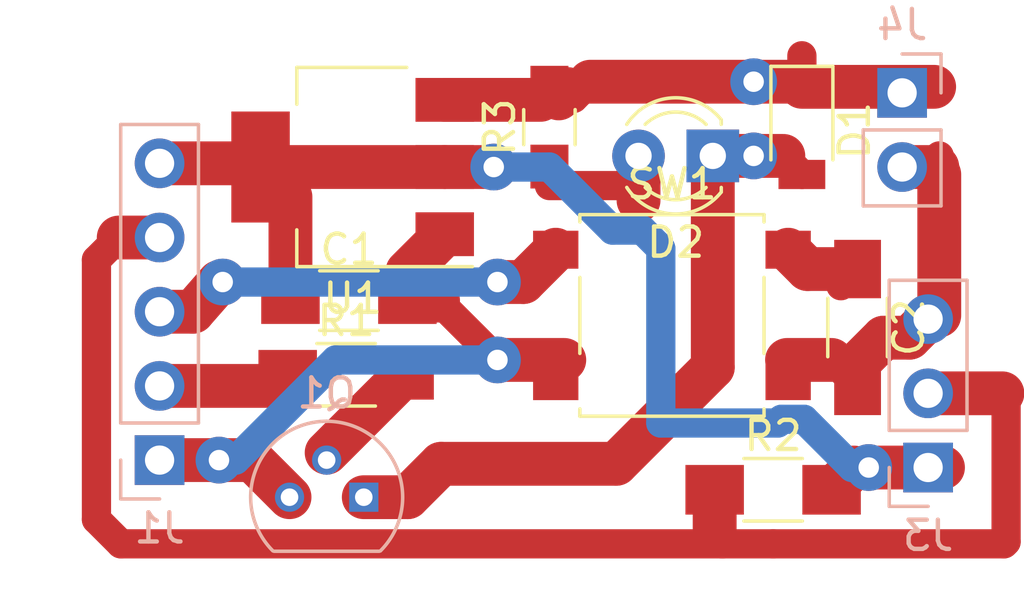
<source format=kicad_pcb>
(kicad_pcb (version 20171130) (host pcbnew 5.1.3-ffb9f22~84~ubuntu18.10.1)

  (general
    (thickness 1.6)
    (drawings 0)
    (tracks 104)
    (zones 0)
    (modules 13)
    (nets 10)
  )

  (page A4)
  (layers
    (0 F.Cu signal)
    (31 B.Cu signal)
    (32 B.Adhes user)
    (33 F.Adhes user)
    (34 B.Paste user)
    (35 F.Paste user)
    (36 B.SilkS user)
    (37 F.SilkS user)
    (38 B.Mask user)
    (39 F.Mask user)
    (40 Dwgs.User user)
    (41 Cmts.User user)
    (42 Eco1.User user)
    (43 Eco2.User user)
    (44 Edge.Cuts user)
    (45 Margin user)
    (46 B.CrtYd user)
    (47 F.CrtYd user)
    (48 B.Fab user)
    (49 F.Fab user)
  )

  (setup
    (last_trace_width 1)
    (trace_clearance 0.2)
    (zone_clearance 0.508)
    (zone_45_only no)
    (trace_min 0.2)
    (via_size 0.8)
    (via_drill 0.4)
    (via_min_size 0.4)
    (via_min_drill 0.3)
    (uvia_size 0.3)
    (uvia_drill 0.1)
    (uvias_allowed no)
    (uvia_min_size 0.2)
    (uvia_min_drill 0.1)
    (edge_width 0.1)
    (segment_width 0.2)
    (pcb_text_width 0.3)
    (pcb_text_size 1.5 1.5)
    (mod_edge_width 0.15)
    (mod_text_size 1 1)
    (mod_text_width 0.15)
    (pad_size 1.6 1.6)
    (pad_drill 0.8)
    (pad_to_mask_clearance 0)
    (solder_mask_min_width 0.25)
    (aux_axis_origin 0 0)
    (visible_elements FFFFFF7F)
    (pcbplotparams
      (layerselection 0x010fc_ffffffff)
      (usegerberextensions false)
      (usegerberattributes false)
      (usegerberadvancedattributes false)
      (creategerberjobfile false)
      (excludeedgelayer true)
      (linewidth 0.100000)
      (plotframeref false)
      (viasonmask false)
      (mode 1)
      (useauxorigin false)
      (hpglpennumber 1)
      (hpglpenspeed 20)
      (hpglpendiameter 15.000000)
      (psnegative false)
      (psa4output false)
      (plotreference true)
      (plotvalue true)
      (plotinvisibletext false)
      (padsonsilk false)
      (subtractmaskfromsilk false)
      (outputformat 1)
      (mirror false)
      (drillshape 1)
      (scaleselection 1)
      (outputdirectory ""))
  )

  (net 0 "")
  (net 1 GND)
  (net 2 +3V3)
  (net 3 "Net-(C2-Pad1)")
  (net 4 +5V)
  (net 5 "Net-(D1-Pad2)")
  (net 6 "Net-(D2-Pad2)")
  (net 7 "Net-(J1-Pad4)")
  (net 8 "Net-(Q1-Pad2)")
  (net 9 "Net-(J1-Pad2)")

  (net_class Default "This is the default net class."
    (clearance 0.2)
    (trace_width 1)
    (via_dia 0.8)
    (via_drill 0.4)
    (uvia_dia 0.3)
    (uvia_drill 0.1)
    (add_net +3V3)
    (add_net +5V)
    (add_net GND)
    (add_net "Net-(C2-Pad1)")
    (add_net "Net-(D1-Pad2)")
    (add_net "Net-(D2-Pad2)")
    (add_net "Net-(J1-Pad2)")
    (add_net "Net-(J1-Pad4)")
    (add_net "Net-(Q1-Pad2)")
  )

  (module Resistors_SMD:R_0805_HandSoldering (layer F.Cu) (tedit 58E0A804) (tstamp 5CDDC152)
    (at 49.149 85.122 90)
    (descr "Resistor SMD 0805, hand soldering")
    (tags "resistor 0805")
    (path /5CB4D769)
    (attr smd)
    (fp_text reference R3 (at 0 -1.7 90) (layer F.SilkS)
      (effects (font (size 1 1) (thickness 0.15)))
    )
    (fp_text value 1k (at 0 1.75 90) (layer F.Fab)
      (effects (font (size 1 1) (thickness 0.15)))
    )
    (fp_line (start 2.35 0.9) (end -2.35 0.9) (layer F.CrtYd) (width 0.05))
    (fp_line (start 2.35 0.9) (end 2.35 -0.9) (layer F.CrtYd) (width 0.05))
    (fp_line (start -2.35 -0.9) (end -2.35 0.9) (layer F.CrtYd) (width 0.05))
    (fp_line (start -2.35 -0.9) (end 2.35 -0.9) (layer F.CrtYd) (width 0.05))
    (fp_line (start -0.6 -0.88) (end 0.6 -0.88) (layer F.SilkS) (width 0.12))
    (fp_line (start 0.6 0.88) (end -0.6 0.88) (layer F.SilkS) (width 0.12))
    (fp_line (start -1 -0.62) (end 1 -0.62) (layer F.Fab) (width 0.1))
    (fp_line (start 1 -0.62) (end 1 0.62) (layer F.Fab) (width 0.1))
    (fp_line (start 1 0.62) (end -1 0.62) (layer F.Fab) (width 0.1))
    (fp_line (start -1 0.62) (end -1 -0.62) (layer F.Fab) (width 0.1))
    (fp_text user %R (at 0 0 90) (layer F.Fab)
      (effects (font (size 0.5 0.5) (thickness 0.075)))
    )
    (pad 2 smd rect (at 1.35 0 90) (size 1.5 1.3) (layers F.Cu F.Paste F.Mask)
      (net 4 +5V))
    (pad 1 smd rect (at -1.35 0 90) (size 1.5 1.3) (layers F.Cu F.Paste F.Mask)
      (net 6 "Net-(D2-Pad2)"))
    (model ${KISYS3DMOD}/Resistors_SMD.3dshapes/R_0805.wrl
      (at (xyz 0 0 0))
      (scale (xyz 1 1 1))
      (rotate (xyz 0 0 0))
    )
  )

  (module Buttons_Switches_SMD:SW_SPST_B3S-1000 (layer F.Cu) (tedit 58724047) (tstamp 5CDDC1A0)
    (at 53.34 91.567)
    (descr "Surface Mount Tactile Switch for High-Density Packaging")
    (tags "Tactile Switch")
    (path /5CB506D0)
    (attr smd)
    (fp_text reference SW1 (at 0 -4.5) (layer F.SilkS)
      (effects (font (size 1 1) (thickness 0.15)))
    )
    (fp_text value SW_Push (at 0 4.5) (layer F.Fab)
      (effects (font (size 1 1) (thickness 0.15)))
    )
    (fp_line (start -3 3.3) (end -3 -3.3) (layer F.Fab) (width 0.1))
    (fp_line (start 3 3.3) (end -3 3.3) (layer F.Fab) (width 0.1))
    (fp_line (start 3 -3.3) (end 3 3.3) (layer F.Fab) (width 0.1))
    (fp_line (start -3 -3.3) (end 3 -3.3) (layer F.Fab) (width 0.1))
    (fp_circle (center 0 0) (end 1.65 0) (layer F.Fab) (width 0.1))
    (fp_line (start 3.15 -1.3) (end 3.15 1.3) (layer F.SilkS) (width 0.12))
    (fp_line (start -3.15 3.45) (end -3.15 3.2) (layer F.SilkS) (width 0.12))
    (fp_line (start 3.15 3.45) (end -3.15 3.45) (layer F.SilkS) (width 0.12))
    (fp_line (start 3.15 3.2) (end 3.15 3.45) (layer F.SilkS) (width 0.12))
    (fp_line (start -3.15 1.3) (end -3.15 -1.3) (layer F.SilkS) (width 0.12))
    (fp_line (start 3.15 -3.45) (end 3.15 -3.2) (layer F.SilkS) (width 0.12))
    (fp_line (start -3.15 -3.45) (end 3.15 -3.45) (layer F.SilkS) (width 0.12))
    (fp_line (start -3.15 -3.2) (end -3.15 -3.45) (layer F.SilkS) (width 0.12))
    (fp_line (start -5 -3.7) (end -5 3.7) (layer F.CrtYd) (width 0.05))
    (fp_line (start 5 -3.7) (end -5 -3.7) (layer F.CrtYd) (width 0.05))
    (fp_line (start 5 3.7) (end 5 -3.7) (layer F.CrtYd) (width 0.05))
    (fp_line (start -5 3.7) (end 5 3.7) (layer F.CrtYd) (width 0.05))
    (fp_text user %R (at 0 -4.5) (layer F.Fab)
      (effects (font (size 1 1) (thickness 0.15)))
    )
    (pad 2 smd rect (at 3.975 2.25) (size 1.55 1.3) (layers F.Cu F.Paste F.Mask)
      (net 1 GND))
    (pad 2 smd rect (at -3.975 2.25) (size 1.55 1.3) (layers F.Cu F.Paste F.Mask)
      (net 1 GND))
    (pad 1 smd rect (at 3.975 -2.25) (size 1.55 1.3) (layers F.Cu F.Paste F.Mask)
      (net 3 "Net-(C2-Pad1)"))
    (pad 1 smd rect (at -3.975 -2.25) (size 1.55 1.3) (layers F.Cu F.Paste F.Mask)
      (net 3 "Net-(C2-Pad1)"))
    (model ${KISYS3DMOD}/Buttons_Switches_SMD.3dshapes/SW_SPST_B3S-1000.wrl
      (at (xyz 0 0 0))
      (scale (xyz 1 1 1))
      (rotate (xyz 0 0 0))
    )
    (model ${KISYS3DMOD}/Buttons_Switches_SMD.3dshapes/SW_SPST_PTS645.wrl
      (at (xyz 0 0 0))
      (scale (xyz 1 1 1))
      (rotate (xyz 0 0 0))
    )
  )

  (module Capacitors_SMD:C_1206_HandSoldering (layer F.Cu) (tedit 58AA84D1) (tstamp 5CDDC07C)
    (at 42.291 91.059)
    (descr "Capacitor SMD 1206, hand soldering")
    (tags "capacitor 1206")
    (path /5CDCB938)
    (attr smd)
    (fp_text reference C1 (at 0 -1.75) (layer F.SilkS)
      (effects (font (size 1 1) (thickness 0.15)))
    )
    (fp_text value 10uF (at 0 2) (layer F.Fab)
      (effects (font (size 1 1) (thickness 0.15)))
    )
    (fp_line (start 3.25 1.05) (end -3.25 1.05) (layer F.CrtYd) (width 0.05))
    (fp_line (start 3.25 1.05) (end 3.25 -1.05) (layer F.CrtYd) (width 0.05))
    (fp_line (start -3.25 -1.05) (end -3.25 1.05) (layer F.CrtYd) (width 0.05))
    (fp_line (start -3.25 -1.05) (end 3.25 -1.05) (layer F.CrtYd) (width 0.05))
    (fp_line (start -1 1.02) (end 1 1.02) (layer F.SilkS) (width 0.12))
    (fp_line (start 1 -1.02) (end -1 -1.02) (layer F.SilkS) (width 0.12))
    (fp_line (start -1.6 -0.8) (end 1.6 -0.8) (layer F.Fab) (width 0.1))
    (fp_line (start 1.6 -0.8) (end 1.6 0.8) (layer F.Fab) (width 0.1))
    (fp_line (start 1.6 0.8) (end -1.6 0.8) (layer F.Fab) (width 0.1))
    (fp_line (start -1.6 0.8) (end -1.6 -0.8) (layer F.Fab) (width 0.1))
    (fp_text user %R (at 0 -1.75) (layer F.Fab)
      (effects (font (size 1 1) (thickness 0.15)))
    )
    (pad 2 smd rect (at 2 0) (size 2 1.6) (layers F.Cu F.Paste F.Mask)
      (net 1 GND))
    (pad 1 smd rect (at -2 0) (size 2 1.6) (layers F.Cu F.Paste F.Mask)
      (net 2 +3V3))
    (model Capacitors_SMD.3dshapes/C_1206.wrl
      (at (xyz 0 0 0))
      (scale (xyz 1 1 1))
      (rotate (xyz 0 0 0))
    )
  )

  (module Capacitors_SMD:C_1206_HandSoldering (layer F.Cu) (tedit 58AA84D1) (tstamp 5CDDC08D)
    (at 59.69 91.98 270)
    (descr "Capacitor SMD 1206, hand soldering")
    (tags "capacitor 1206")
    (path /5CDC8F2A)
    (attr smd)
    (fp_text reference C2 (at 0 -1.75 270) (layer F.SilkS)
      (effects (font (size 1 1) (thickness 0.15)))
    )
    (fp_text value 100nF (at 0 2 270) (layer F.Fab)
      (effects (font (size 1 1) (thickness 0.15)))
    )
    (fp_text user %R (at 0 -1.75 270) (layer F.Fab)
      (effects (font (size 1 1) (thickness 0.15)))
    )
    (fp_line (start -1.6 0.8) (end -1.6 -0.8) (layer F.Fab) (width 0.1))
    (fp_line (start 1.6 0.8) (end -1.6 0.8) (layer F.Fab) (width 0.1))
    (fp_line (start 1.6 -0.8) (end 1.6 0.8) (layer F.Fab) (width 0.1))
    (fp_line (start -1.6 -0.8) (end 1.6 -0.8) (layer F.Fab) (width 0.1))
    (fp_line (start 1 -1.02) (end -1 -1.02) (layer F.SilkS) (width 0.12))
    (fp_line (start -1 1.02) (end 1 1.02) (layer F.SilkS) (width 0.12))
    (fp_line (start -3.25 -1.05) (end 3.25 -1.05) (layer F.CrtYd) (width 0.05))
    (fp_line (start -3.25 -1.05) (end -3.25 1.05) (layer F.CrtYd) (width 0.05))
    (fp_line (start 3.25 1.05) (end 3.25 -1.05) (layer F.CrtYd) (width 0.05))
    (fp_line (start 3.25 1.05) (end -3.25 1.05) (layer F.CrtYd) (width 0.05))
    (pad 1 smd rect (at -2 0 270) (size 2 1.6) (layers F.Cu F.Paste F.Mask)
      (net 3 "Net-(C2-Pad1)"))
    (pad 2 smd rect (at 2 0 270) (size 2 1.6) (layers F.Cu F.Paste F.Mask)
      (net 1 GND))
    (model Capacitors_SMD.3dshapes/C_1206.wrl
      (at (xyz 0 0 0))
      (scale (xyz 1 1 1))
      (rotate (xyz 0 0 0))
    )
  )

  (module Diodes_SMD:D_1206 (layer F.Cu) (tedit 590CEAF5) (tstamp 5CDDC0A5)
    (at 57.785 85.241 270)
    (descr "Diode SMD 1206, reflow soldering http://datasheets.avx.com/schottky.pdf")
    (tags "Diode 1206")
    (path /5CAE4F73)
    (attr smd)
    (fp_text reference D1 (at 0 -1.8 270) (layer F.SilkS)
      (effects (font (size 1 1) (thickness 0.15)))
    )
    (fp_text value D (at 0 1.9 270) (layer F.Fab)
      (effects (font (size 1 1) (thickness 0.15)))
    )
    (fp_text user %R (at 0 -1.8 270) (layer F.Fab)
      (effects (font (size 1 1) (thickness 0.15)))
    )
    (fp_line (start -0.254 -0.254) (end -0.254 0.254) (layer F.Fab) (width 0.1))
    (fp_line (start 0.127 0) (end 0.381 0) (layer F.Fab) (width 0.1))
    (fp_line (start -0.254 0) (end -0.508 0) (layer F.Fab) (width 0.1))
    (fp_line (start 0.127 0.254) (end -0.254 0) (layer F.Fab) (width 0.1))
    (fp_line (start 0.127 -0.254) (end 0.127 0.254) (layer F.Fab) (width 0.1))
    (fp_line (start -0.254 0) (end 0.127 -0.254) (layer F.Fab) (width 0.1))
    (fp_line (start -2.2 -1.06) (end -2.2 1.06) (layer F.SilkS) (width 0.12))
    (fp_line (start -1.7 0.95) (end -1.7 -0.95) (layer F.Fab) (width 0.1))
    (fp_line (start 1.7 0.95) (end -1.7 0.95) (layer F.Fab) (width 0.1))
    (fp_line (start 1.7 -0.95) (end 1.7 0.95) (layer F.Fab) (width 0.1))
    (fp_line (start -1.7 -0.95) (end 1.7 -0.95) (layer F.Fab) (width 0.1))
    (fp_line (start -2.3 -1.16) (end 2.3 -1.16) (layer F.CrtYd) (width 0.05))
    (fp_line (start -2.3 1.16) (end 2.3 1.16) (layer F.CrtYd) (width 0.05))
    (fp_line (start -2.3 -1.16) (end -2.3 1.16) (layer F.CrtYd) (width 0.05))
    (fp_line (start 2.3 -1.16) (end 2.3 1.16) (layer F.CrtYd) (width 0.05))
    (fp_line (start 1 -1.06) (end -2.2 -1.06) (layer F.SilkS) (width 0.12))
    (fp_line (start -2.2 1.06) (end 1 1.06) (layer F.SilkS) (width 0.12))
    (pad 1 smd rect (at -1.5 0 270) (size 1 1.6) (layers F.Cu F.Paste F.Mask)
      (net 4 +5V))
    (pad 2 smd rect (at 1.5 0 270) (size 1 1.6) (layers F.Cu F.Paste F.Mask)
      (net 5 "Net-(D1-Pad2)"))
    (model ${KISYS3DMOD}/Diodes_SMD.3dshapes/D_1206.wrl
      (at (xyz 0 0 0))
      (scale (xyz 1 1 1))
      (rotate (xyz 0 0 0))
    )
  )

  (module LEDs:LED_D3.0mm (layer F.Cu) (tedit 587A3A7B) (tstamp 5CDDC0B8)
    (at 54.737 86.106 180)
    (descr "LED, diameter 3.0mm, 2 pins")
    (tags "LED diameter 3.0mm 2 pins")
    (path /5CB4D6DA)
    (fp_text reference D2 (at 1.27 -2.96 180) (layer F.SilkS)
      (effects (font (size 1 1) (thickness 0.15)))
    )
    (fp_text value LED (at 1.27 2.96 180) (layer F.Fab)
      (effects (font (size 1 1) (thickness 0.15)))
    )
    (fp_arc (start 1.27 0) (end -0.23 -1.16619) (angle 284.3) (layer F.Fab) (width 0.1))
    (fp_arc (start 1.27 0) (end -0.29 -1.235516) (angle 108.8) (layer F.SilkS) (width 0.12))
    (fp_arc (start 1.27 0) (end -0.29 1.235516) (angle -108.8) (layer F.SilkS) (width 0.12))
    (fp_arc (start 1.27 0) (end 0.229039 -1.08) (angle 87.9) (layer F.SilkS) (width 0.12))
    (fp_arc (start 1.27 0) (end 0.229039 1.08) (angle -87.9) (layer F.SilkS) (width 0.12))
    (fp_circle (center 1.27 0) (end 2.77 0) (layer F.Fab) (width 0.1))
    (fp_line (start -0.23 -1.16619) (end -0.23 1.16619) (layer F.Fab) (width 0.1))
    (fp_line (start -0.29 -1.236) (end -0.29 -1.08) (layer F.SilkS) (width 0.12))
    (fp_line (start -0.29 1.08) (end -0.29 1.236) (layer F.SilkS) (width 0.12))
    (fp_line (start -1.15 -2.25) (end -1.15 2.25) (layer F.CrtYd) (width 0.05))
    (fp_line (start -1.15 2.25) (end 3.7 2.25) (layer F.CrtYd) (width 0.05))
    (fp_line (start 3.7 2.25) (end 3.7 -2.25) (layer F.CrtYd) (width 0.05))
    (fp_line (start 3.7 -2.25) (end -1.15 -2.25) (layer F.CrtYd) (width 0.05))
    (pad 1 thru_hole rect (at 0 0 180) (size 1.8 1.8) (drill 0.9) (layers *.Cu *.Mask)
      (net 5 "Net-(D1-Pad2)"))
    (pad 2 thru_hole circle (at 2.54 0 180) (size 1.8 1.8) (drill 0.9) (layers *.Cu *.Mask)
      (net 6 "Net-(D2-Pad2)"))
    (model ${KISYS3DMOD}/LEDs.3dshapes/LED_D3.0mm.wrl
      (at (xyz 0 0 0))
      (scale (xyz 0.393701 0.393701 0.393701))
      (rotate (xyz 0 0 0))
    )
  )

  (module Pin_Headers:Pin_Header_Straight_1x05_Pitch2.54mm (layer B.Cu) (tedit 59650532) (tstamp 5CDDC0D1)
    (at 35.814 96.52)
    (descr "Through hole straight pin header, 1x05, 2.54mm pitch, single row")
    (tags "Through hole pin header THT 1x05 2.54mm single row")
    (path /5CB4FB5D)
    (fp_text reference J1 (at 0 2.33) (layer B.SilkS)
      (effects (font (size 1 1) (thickness 0.15)) (justify mirror))
    )
    (fp_text value ESP8266-12F (at 0 -12.49) (layer B.Fab)
      (effects (font (size 1 1) (thickness 0.15)) (justify mirror))
    )
    (fp_line (start -0.635 1.27) (end 1.27 1.27) (layer B.Fab) (width 0.1))
    (fp_line (start 1.27 1.27) (end 1.27 -11.43) (layer B.Fab) (width 0.1))
    (fp_line (start 1.27 -11.43) (end -1.27 -11.43) (layer B.Fab) (width 0.1))
    (fp_line (start -1.27 -11.43) (end -1.27 0.635) (layer B.Fab) (width 0.1))
    (fp_line (start -1.27 0.635) (end -0.635 1.27) (layer B.Fab) (width 0.1))
    (fp_line (start -1.33 -11.49) (end 1.33 -11.49) (layer B.SilkS) (width 0.12))
    (fp_line (start -1.33 -1.27) (end -1.33 -11.49) (layer B.SilkS) (width 0.12))
    (fp_line (start 1.33 -1.27) (end 1.33 -11.49) (layer B.SilkS) (width 0.12))
    (fp_line (start -1.33 -1.27) (end 1.33 -1.27) (layer B.SilkS) (width 0.12))
    (fp_line (start -1.33 0) (end -1.33 1.33) (layer B.SilkS) (width 0.12))
    (fp_line (start -1.33 1.33) (end 0 1.33) (layer B.SilkS) (width 0.12))
    (fp_line (start -1.8 1.8) (end -1.8 -11.95) (layer B.CrtYd) (width 0.05))
    (fp_line (start -1.8 -11.95) (end 1.8 -11.95) (layer B.CrtYd) (width 0.05))
    (fp_line (start 1.8 -11.95) (end 1.8 1.8) (layer B.CrtYd) (width 0.05))
    (fp_line (start 1.8 1.8) (end -1.8 1.8) (layer B.CrtYd) (width 0.05))
    (fp_text user %R (at 0 -5.08 -90) (layer B.Fab)
      (effects (font (size 1 1) (thickness 0.15)) (justify mirror))
    )
    (pad 1 thru_hole rect (at 0 0) (size 1.7 1.7) (drill 1) (layers *.Cu *.Mask)
      (net 1 GND))
    (pad 2 thru_hole oval (at 0 -2.54) (size 1.7 1.7) (drill 1) (layers *.Cu *.Mask)
      (net 9 "Net-(J1-Pad2)"))
    (pad 3 thru_hole oval (at 0 -5.08) (size 1.7 1.7) (drill 1) (layers *.Cu *.Mask)
      (net 3 "Net-(C2-Pad1)"))
    (pad 4 thru_hole oval (at 0 -7.62) (size 1.7 1.7) (drill 1) (layers *.Cu *.Mask)
      (net 7 "Net-(J1-Pad4)"))
    (pad 5 thru_hole oval (at 0 -10.16) (size 1.7 1.7) (drill 1) (layers *.Cu *.Mask)
      (net 2 +3V3))
    (model ${KISYS3DMOD}/Pin_Headers.3dshapes/Pin_Header_Straight_1x05_Pitch2.54mm.wrl
      (at (xyz 0 0 0))
      (scale (xyz 1 1 1))
      (rotate (xyz 0 0 0))
    )
  )

  (module Pin_Headers:Pin_Header_Straight_1x03_Pitch2.54mm (layer B.Cu) (tedit 59650532) (tstamp 5CDDC0F7)
    (at 62.103 96.774)
    (descr "Through hole straight pin header, 1x03, 2.54mm pitch, single row")
    (tags "Through hole pin header THT 1x03 2.54mm single row")
    (path /5CAE499C)
    (fp_text reference J3 (at 0 2.33) (layer B.SilkS)
      (effects (font (size 1 1) (thickness 0.15)) (justify mirror))
    )
    (fp_text value 1-Wire (at 0 -7.41) (layer B.Fab)
      (effects (font (size 1 1) (thickness 0.15)) (justify mirror))
    )
    (fp_line (start -0.635 1.27) (end 1.27 1.27) (layer B.Fab) (width 0.1))
    (fp_line (start 1.27 1.27) (end 1.27 -6.35) (layer B.Fab) (width 0.1))
    (fp_line (start 1.27 -6.35) (end -1.27 -6.35) (layer B.Fab) (width 0.1))
    (fp_line (start -1.27 -6.35) (end -1.27 0.635) (layer B.Fab) (width 0.1))
    (fp_line (start -1.27 0.635) (end -0.635 1.27) (layer B.Fab) (width 0.1))
    (fp_line (start -1.33 -6.41) (end 1.33 -6.41) (layer B.SilkS) (width 0.12))
    (fp_line (start -1.33 -1.27) (end -1.33 -6.41) (layer B.SilkS) (width 0.12))
    (fp_line (start 1.33 -1.27) (end 1.33 -6.41) (layer B.SilkS) (width 0.12))
    (fp_line (start -1.33 -1.27) (end 1.33 -1.27) (layer B.SilkS) (width 0.12))
    (fp_line (start -1.33 0) (end -1.33 1.33) (layer B.SilkS) (width 0.12))
    (fp_line (start -1.33 1.33) (end 0 1.33) (layer B.SilkS) (width 0.12))
    (fp_line (start -1.8 1.8) (end -1.8 -6.85) (layer B.CrtYd) (width 0.05))
    (fp_line (start -1.8 -6.85) (end 1.8 -6.85) (layer B.CrtYd) (width 0.05))
    (fp_line (start 1.8 -6.85) (end 1.8 1.8) (layer B.CrtYd) (width 0.05))
    (fp_line (start 1.8 1.8) (end -1.8 1.8) (layer B.CrtYd) (width 0.05))
    (fp_text user %R (at 0 -2.54 -90) (layer B.Fab)
      (effects (font (size 1 1) (thickness 0.15)) (justify mirror))
    )
    (pad 1 thru_hole rect (at 0 0) (size 1.7 1.7) (drill 1) (layers *.Cu *.Mask)
      (net 2 +3V3))
    (pad 2 thru_hole oval (at 0 -2.54) (size 1.7 1.7) (drill 1) (layers *.Cu *.Mask)
      (net 7 "Net-(J1-Pad4)"))
    (pad 3 thru_hole oval (at 0 -5.08) (size 1.7 1.7) (drill 1) (layers *.Cu *.Mask)
      (net 1 GND))
    (model ${KISYS3DMOD}/Pin_Headers.3dshapes/Pin_Header_Straight_1x03_Pitch2.54mm.wrl
      (at (xyz 0 0 0))
      (scale (xyz 1 1 1))
      (rotate (xyz 0 0 0))
    )
  )

  (module Pin_Headers:Pin_Header_Straight_1x02_Pitch2.54mm (layer B.Cu) (tedit 59650532) (tstamp 5CDDC10D)
    (at 61.214 83.947 180)
    (descr "Through hole straight pin header, 1x02, 2.54mm pitch, single row")
    (tags "Through hole pin header THT 1x02 2.54mm single row")
    (path /5CAE5345)
    (fp_text reference J4 (at 0 2.33 180) (layer B.SilkS)
      (effects (font (size 1 1) (thickness 0.15)) (justify mirror))
    )
    (fp_text value 5V (at 0 -4.87 180) (layer B.Fab)
      (effects (font (size 1 1) (thickness 0.15)) (justify mirror))
    )
    (fp_line (start -0.635 1.27) (end 1.27 1.27) (layer B.Fab) (width 0.1))
    (fp_line (start 1.27 1.27) (end 1.27 -3.81) (layer B.Fab) (width 0.1))
    (fp_line (start 1.27 -3.81) (end -1.27 -3.81) (layer B.Fab) (width 0.1))
    (fp_line (start -1.27 -3.81) (end -1.27 0.635) (layer B.Fab) (width 0.1))
    (fp_line (start -1.27 0.635) (end -0.635 1.27) (layer B.Fab) (width 0.1))
    (fp_line (start -1.33 -3.87) (end 1.33 -3.87) (layer B.SilkS) (width 0.12))
    (fp_line (start -1.33 -1.27) (end -1.33 -3.87) (layer B.SilkS) (width 0.12))
    (fp_line (start 1.33 -1.27) (end 1.33 -3.87) (layer B.SilkS) (width 0.12))
    (fp_line (start -1.33 -1.27) (end 1.33 -1.27) (layer B.SilkS) (width 0.12))
    (fp_line (start -1.33 0) (end -1.33 1.33) (layer B.SilkS) (width 0.12))
    (fp_line (start -1.33 1.33) (end 0 1.33) (layer B.SilkS) (width 0.12))
    (fp_line (start -1.8 1.8) (end -1.8 -4.35) (layer B.CrtYd) (width 0.05))
    (fp_line (start -1.8 -4.35) (end 1.8 -4.35) (layer B.CrtYd) (width 0.05))
    (fp_line (start 1.8 -4.35) (end 1.8 1.8) (layer B.CrtYd) (width 0.05))
    (fp_line (start 1.8 1.8) (end -1.8 1.8) (layer B.CrtYd) (width 0.05))
    (fp_text user %R (at -0.127 -3.81 90) (layer B.Fab)
      (effects (font (size 1 1) (thickness 0.15)) (justify mirror))
    )
    (pad 1 thru_hole rect (at 0 0 180) (size 1.7 1.7) (drill 1) (layers *.Cu *.Mask)
      (net 4 +5V))
    (pad 2 thru_hole oval (at 0 -2.54 180) (size 1.7 1.7) (drill 1) (layers *.Cu *.Mask)
      (net 1 GND))
    (model ${KISYS3DMOD}/Pin_Headers.3dshapes/Pin_Header_Straight_1x02_Pitch2.54mm.wrl
      (at (xyz 0 0 0))
      (scale (xyz 1 1 1))
      (rotate (xyz 0 0 0))
    )
  )

  (module TO_SOT_Packages_THT:TO-92_Molded_Narrow (layer B.Cu) (tedit 58CE52AF) (tstamp 5CDDC11F)
    (at 42.799 97.79 180)
    (descr "TO-92 leads molded, narrow, drill 0.6mm (see NXP sot054_po.pdf)")
    (tags "to-92 sc-43 sc-43a sot54 PA33 transistor")
    (path /5CB525D6)
    (fp_text reference Q1 (at 1.27 3.56 180) (layer B.SilkS)
      (effects (font (size 1 1) (thickness 0.15)) (justify mirror))
    )
    (fp_text value BC547 (at 1.27 -2.79 180) (layer B.Fab)
      (effects (font (size 1 1) (thickness 0.15)) (justify mirror))
    )
    (fp_text user %R (at 1.27 3.56 180) (layer B.Fab)
      (effects (font (size 1 1) (thickness 0.15)) (justify mirror))
    )
    (fp_line (start -0.53 -1.85) (end 3.07 -1.85) (layer B.SilkS) (width 0.12))
    (fp_line (start -0.5 -1.75) (end 3 -1.75) (layer B.Fab) (width 0.1))
    (fp_line (start -1.46 2.73) (end 4 2.73) (layer B.CrtYd) (width 0.05))
    (fp_line (start -1.46 2.73) (end -1.46 -2.01) (layer B.CrtYd) (width 0.05))
    (fp_line (start 4 -2.01) (end 4 2.73) (layer B.CrtYd) (width 0.05))
    (fp_line (start 4 -2.01) (end -1.46 -2.01) (layer B.CrtYd) (width 0.05))
    (fp_arc (start 1.27 0) (end 1.27 2.48) (angle -135) (layer B.Fab) (width 0.1))
    (fp_arc (start 1.27 0) (end 1.27 2.6) (angle 135) (layer B.SilkS) (width 0.12))
    (fp_arc (start 1.27 0) (end 1.27 2.48) (angle 135) (layer B.Fab) (width 0.1))
    (fp_arc (start 1.27 0) (end 1.27 2.6) (angle -135) (layer B.SilkS) (width 0.12))
    (pad 2 thru_hole circle (at 1.27 1.27 90) (size 1 1) (drill 0.6) (layers *.Cu *.Mask)
      (net 8 "Net-(Q1-Pad2)"))
    (pad 3 thru_hole circle (at 2.54 0 90) (size 1 1) (drill 0.6) (layers *.Cu *.Mask)
      (net 1 GND))
    (pad 1 thru_hole rect (at 0 0 90) (size 1 1) (drill 0.6) (layers *.Cu *.Mask)
      (net 5 "Net-(D1-Pad2)"))
    (model ${KISYS3DMOD}/TO_SOT_Packages_THT.3dshapes/TO-92_Molded_Narrow.wrl
      (offset (xyz 1.269999980926514 0 0))
      (scale (xyz 1 1 1))
      (rotate (xyz 0 0 -90))
    )
  )

  (module Resistors_SMD:R_1206_HandSoldering (layer F.Cu) (tedit 58E0A804) (tstamp 5CDDC130)
    (at 42.196 93.599)
    (descr "Resistor SMD 1206, hand soldering")
    (tags "resistor 1206")
    (path /5CAE4569)
    (attr smd)
    (fp_text reference R1 (at 0 -1.85) (layer F.SilkS)
      (effects (font (size 1 1) (thickness 0.15)))
    )
    (fp_text value 2k2 (at 0 1.9) (layer F.Fab)
      (effects (font (size 1 1) (thickness 0.15)))
    )
    (fp_text user %R (at 0 0) (layer F.Fab)
      (effects (font (size 0.7 0.7) (thickness 0.105)))
    )
    (fp_line (start -1.6 0.8) (end -1.6 -0.8) (layer F.Fab) (width 0.1))
    (fp_line (start 1.6 0.8) (end -1.6 0.8) (layer F.Fab) (width 0.1))
    (fp_line (start 1.6 -0.8) (end 1.6 0.8) (layer F.Fab) (width 0.1))
    (fp_line (start -1.6 -0.8) (end 1.6 -0.8) (layer F.Fab) (width 0.1))
    (fp_line (start 1 1.07) (end -1 1.07) (layer F.SilkS) (width 0.12))
    (fp_line (start -1 -1.07) (end 1 -1.07) (layer F.SilkS) (width 0.12))
    (fp_line (start -3.25 -1.11) (end 3.25 -1.11) (layer F.CrtYd) (width 0.05))
    (fp_line (start -3.25 -1.11) (end -3.25 1.1) (layer F.CrtYd) (width 0.05))
    (fp_line (start 3.25 1.1) (end 3.25 -1.11) (layer F.CrtYd) (width 0.05))
    (fp_line (start 3.25 1.1) (end -3.25 1.1) (layer F.CrtYd) (width 0.05))
    (pad 1 smd rect (at -2 0) (size 2 1.7) (layers F.Cu F.Paste F.Mask)
      (net 9 "Net-(J1-Pad2)"))
    (pad 2 smd rect (at 2 0) (size 2 1.7) (layers F.Cu F.Paste F.Mask)
      (net 8 "Net-(Q1-Pad2)"))
    (model ${KISYS3DMOD}/Resistors_SMD.3dshapes/R_1206.wrl
      (at (xyz 0 0 0))
      (scale (xyz 1 1 1))
      (rotate (xyz 0 0 0))
    )
  )

  (module Resistors_SMD:R_1206_HandSoldering (layer F.Cu) (tedit 58E0A804) (tstamp 5CDDCE04)
    (at 56.801 97.536)
    (descr "Resistor SMD 1206, hand soldering")
    (tags "resistor 1206")
    (path /5CAE4A9D)
    (attr smd)
    (fp_text reference R2 (at 0 -1.85) (layer F.SilkS)
      (effects (font (size 1 1) (thickness 0.15)))
    )
    (fp_text value 4k7 (at 0 1.9) (layer F.Fab)
      (effects (font (size 1 1) (thickness 0.15)))
    )
    (fp_line (start 3.25 1.1) (end -3.25 1.1) (layer F.CrtYd) (width 0.05))
    (fp_line (start 3.25 1.1) (end 3.25 -1.11) (layer F.CrtYd) (width 0.05))
    (fp_line (start -3.25 -1.11) (end -3.25 1.1) (layer F.CrtYd) (width 0.05))
    (fp_line (start -3.25 -1.11) (end 3.25 -1.11) (layer F.CrtYd) (width 0.05))
    (fp_line (start -1 -1.07) (end 1 -1.07) (layer F.SilkS) (width 0.12))
    (fp_line (start 1 1.07) (end -1 1.07) (layer F.SilkS) (width 0.12))
    (fp_line (start -1.6 -0.8) (end 1.6 -0.8) (layer F.Fab) (width 0.1))
    (fp_line (start 1.6 -0.8) (end 1.6 0.8) (layer F.Fab) (width 0.1))
    (fp_line (start 1.6 0.8) (end -1.6 0.8) (layer F.Fab) (width 0.1))
    (fp_line (start -1.6 0.8) (end -1.6 -0.8) (layer F.Fab) (width 0.1))
    (fp_text user %R (at 0 0) (layer F.Fab)
      (effects (font (size 0.7 0.7) (thickness 0.105)))
    )
    (pad 2 smd rect (at 2 0) (size 2 1.7) (layers F.Cu F.Paste F.Mask)
      (net 2 +3V3))
    (pad 1 smd rect (at -2 0) (size 2 1.7) (layers F.Cu F.Paste F.Mask)
      (net 7 "Net-(J1-Pad4)"))
    (model ${KISYS3DMOD}/Resistors_SMD.3dshapes/R_1206.wrl
      (at (xyz 0 0 0))
      (scale (xyz 1 1 1))
      (rotate (xyz 0 0 0))
    )
  )

  (module TO_SOT_Packages_SMD:SOT-223-3Lead_TabPin2 (layer F.Cu) (tedit 58CE4E7E) (tstamp 5CDDC1B6)
    (at 42.418 86.487 180)
    (descr "module CMS SOT223 4 pins")
    (tags "CMS SOT")
    (path /5CDC69FF)
    (attr smd)
    (fp_text reference U1 (at 0 -4.5 180) (layer F.SilkS)
      (effects (font (size 1 1) (thickness 0.15)))
    )
    (fp_text value LM1117-3.3 (at 0 4.5 180) (layer F.Fab)
      (effects (font (size 1 1) (thickness 0.15)))
    )
    (fp_text user %R (at -3.917001 -0.379001 270) (layer F.Fab)
      (effects (font (size 0.8 0.8) (thickness 0.12)))
    )
    (fp_line (start 1.91 3.41) (end 1.91 2.15) (layer F.SilkS) (width 0.12))
    (fp_line (start 1.91 -3.41) (end 1.91 -2.15) (layer F.SilkS) (width 0.12))
    (fp_line (start 4.4 -3.6) (end -4.4 -3.6) (layer F.CrtYd) (width 0.05))
    (fp_line (start 4.4 3.6) (end 4.4 -3.6) (layer F.CrtYd) (width 0.05))
    (fp_line (start -4.4 3.6) (end 4.4 3.6) (layer F.CrtYd) (width 0.05))
    (fp_line (start -4.4 -3.6) (end -4.4 3.6) (layer F.CrtYd) (width 0.05))
    (fp_line (start -1.85 -2.35) (end -0.85 -3.35) (layer F.Fab) (width 0.1))
    (fp_line (start -1.85 -2.35) (end -1.85 3.35) (layer F.Fab) (width 0.1))
    (fp_line (start -1.85 3.41) (end 1.91 3.41) (layer F.SilkS) (width 0.12))
    (fp_line (start -0.85 -3.35) (end 1.85 -3.35) (layer F.Fab) (width 0.1))
    (fp_line (start -4.1 -3.41) (end 1.91 -3.41) (layer F.SilkS) (width 0.12))
    (fp_line (start -1.85 3.35) (end 1.85 3.35) (layer F.Fab) (width 0.1))
    (fp_line (start 1.85 -3.35) (end 1.85 3.35) (layer F.Fab) (width 0.1))
    (pad 2 smd rect (at 3.15 0 180) (size 2 3.8) (layers F.Cu F.Paste F.Mask)
      (net 2 +3V3))
    (pad 2 smd rect (at -3.15 0 180) (size 2 1.5) (layers F.Cu F.Paste F.Mask)
      (net 2 +3V3))
    (pad 3 smd rect (at -3.15 2.3 180) (size 2 1.5) (layers F.Cu F.Paste F.Mask)
      (net 4 +5V))
    (pad 1 smd rect (at -3.15 -2.3 180) (size 2 1.5) (layers F.Cu F.Paste F.Mask)
      (net 1 GND))
    (model ${KISYS3DMOD}/TO_SOT_Packages_SMD.3dshapes/SOT-223.wrl
      (at (xyz 0 0 0))
      (scale (xyz 1 1 1))
      (rotate (xyz 0 0 0))
    )
  )

  (segment (start 38.989 96.52) (end 40.259 97.79) (width 1.5) (layer F.Cu) (net 1) (status 20))
  (segment (start 35.814 96.52) (end 37.846 96.52) (width 1.5) (layer F.Cu) (net 1) (status 10))
  (segment (start 58.801 93.091) (end 59.69 93.98) (width 1) (layer F.Cu) (net 1) (status 20))
  (segment (start 57.277 93.091) (end 58.801 93.091) (width 1.5) (layer F.Cu) (net 1))
  (segment (start 62.484 91.567) (end 62.611 91.694) (width 1) (layer F.Cu) (net 1) (status 30))
  (segment (start 62.611 91.694) (end 61.976 91.694) (width 1) (layer F.Cu) (net 1) (status 30))
  (segment (start 44.291 90.064) (end 45.568 88.787) (width 1.5) (layer F.Cu) (net 1) (status 20))
  (segment (start 44.291 91.059) (end 44.291 90.064) (width 1) (layer F.Cu) (net 1) (status 10))
  (segment (start 49.657 93.091) (end 47.371 93.091) (width 1.5) (layer F.Cu) (net 1))
  (segment (start 37.846 96.52) (end 38.989 96.52) (width 1.5) (layer F.Cu) (net 1) (tstamp 5CDDE1F3))
  (via (at 37.846 96.52) (size 1.6) (drill 0.7) (layers F.Cu B.Cu) (net 1))
  (via (at 47.371 93.091) (size 1.6) (drill 0.7) (layers F.Cu B.Cu) (net 1))
  (segment (start 46.805315 93.091) (end 47.371 93.091) (width 1) (layer B.Cu) (net 1))
  (segment (start 41.840685 93.091) (end 46.805315 93.091) (width 1) (layer B.Cu) (net 1))
  (segment (start 38.411685 96.52) (end 41.840685 93.091) (width 1) (layer B.Cu) (net 1))
  (segment (start 37.846 96.52) (end 38.411685 96.52) (width 1) (layer B.Cu) (net 1))
  (segment (start 45.339 91.059) (end 44.291 91.059) (width 1.5) (layer F.Cu) (net 1) (status 20))
  (segment (start 47.371 93.091) (end 45.339 91.059) (width 1) (layer F.Cu) (net 1))
  (segment (start 62.484 86.554919) (end 62.484 86.741) (width 1) (layer F.Cu) (net 1))
  (segment (start 62.416081 86.487) (end 62.484 86.554919) (width 1) (layer F.Cu) (net 1))
  (segment (start 61.214 86.487) (end 62.416081 86.487) (width 1.5) (layer F.Cu) (net 1) (status 10))
  (segment (start 62.484 86.106) (end 62.484 86.741) (width 1) (layer F.Cu) (net 1))
  (segment (start 62.484 86.741) (end 62.484 91.567) (width 1.5) (layer F.Cu) (net 1) (status 20))
  (segment (start 61.468 92.329) (end 62.103 91.694) (width 1.5) (layer F.Cu) (net 1))
  (segment (start 60.579 92.329) (end 61.468 92.329) (width 1.5) (layer F.Cu) (net 1))
  (segment (start 59.69 93.98) (end 59.69 93.218) (width 1) (layer F.Cu) (net 1))
  (segment (start 59.69 93.218) (end 60.579 92.329) (width 1.5) (layer F.Cu) (net 1))
  (segment (start 62.611 96.774) (end 60.071 96.774) (width 1.5) (layer F.Cu) (net 2) (status 10))
  (segment (start 39.141 86.36) (end 39.268 86.487) (width 1) (layer F.Cu) (net 2) (status 30))
  (segment (start 35.814 86.36) (end 39.141 86.36) (width 1.5) (layer F.Cu) (net 2) (status 30))
  (segment (start 40.291 87.51) (end 39.268 86.487) (width 1) (layer F.Cu) (net 2) (status 20))
  (segment (start 40.291 91.059) (end 40.291 87.51) (width 1.5) (layer F.Cu) (net 2) (status 10))
  (segment (start 60.071 96.774) (end 59.817 97.028) (width 1) (layer F.Cu) (net 2) (tstamp 5CDDE21F))
  (via (at 60.071 96.774) (size 1.6) (drill 0.7) (layers F.Cu B.Cu) (net 2))
  (segment (start 45.568 86.487) (end 47.244 86.487) (width 1.5) (layer F.Cu) (net 2) (status 10))
  (via (at 47.244 86.487) (size 1.6) (drill 0.7) (layers F.Cu B.Cu) (net 2))
  (segment (start 59.505315 96.774) (end 57.854315 95.123) (width 1) (layer B.Cu) (net 2))
  (segment (start 60.071 96.774) (end 59.505315 96.774) (width 1) (layer B.Cu) (net 2))
  (segment (start 57.088998 95.123) (end 56.961998 95.25) (width 1) (layer B.Cu) (net 2))
  (segment (start 57.854315 95.123) (end 57.088998 95.123) (width 1) (layer B.Cu) (net 2))
  (segment (start 56.961998 95.25) (end 52.959 95.25) (width 1) (layer B.Cu) (net 2))
  (segment (start 52.959 95.25) (end 52.959 89.281) (width 1) (layer B.Cu) (net 2))
  (segment (start 52.959 89.281) (end 52.324 88.646) (width 1) (layer B.Cu) (net 2))
  (segment (start 52.324 88.646) (end 51.308 88.646) (width 1) (layer B.Cu) (net 2))
  (segment (start 49.149 86.487) (end 47.244 86.487) (width 1) (layer B.Cu) (net 2))
  (segment (start 51.308 88.646) (end 49.149 86.487) (width 1) (layer B.Cu) (net 2))
  (segment (start 59.563 96.774) (end 58.801 97.536) (width 1.5) (layer F.Cu) (net 2))
  (segment (start 60.071 96.774) (end 59.563 96.774) (width 1) (layer F.Cu) (net 2))
  (segment (start 45.568 86.487) (end 39.268 86.487) (width 1.5) (layer F.Cu) (net 2))
  (via (at 47.371 90.424) (size 1.6) (drill 0.7) (layers F.Cu B.Cu) (net 3) (tstamp 5DA0945F))
  (segment (start 59.119 90.551) (end 59.69 89.98) (width 1) (layer F.Cu) (net 3) (status 30))
  (segment (start 57.978 89.98) (end 57.315 89.317) (width 1.5) (layer F.Cu) (net 3) (status 20))
  (segment (start 59.69 89.98) (end 57.978 89.98) (width 1.5) (layer F.Cu) (net 3) (status 10))
  (segment (start 35.814 91.44) (end 36.957 91.44) (width 1.5) (layer F.Cu) (net 3))
  (segment (start 36.957 91.44) (end 37.846 90.424) (width 1.5) (layer F.Cu) (net 3))
  (segment (start 36.957 91.313) (end 37.846 90.424) (width 1) (layer F.Cu) (net 3))
  (segment (start 37.846 90.424) (end 36.957 91.313) (width 1) (layer F.Cu) (net 3) (tstamp 5DA09457))
  (segment (start 37.846 90.424) (end 47.371 90.424) (width 1) (layer B.Cu) (net 3))
  (via (at 37.973 90.424) (size 1.6) (drill 0.7) (layers F.Cu B.Cu) (net 3) (tstamp 5DA09461))
  (segment (start 48.258 90.424) (end 49.365 89.317) (width 1.5) (layer F.Cu) (net 3))
  (segment (start 47.371 90.424) (end 48.258 90.424) (width 1.5) (layer F.Cu) (net 3))
  (segment (start 62.309 83.741) (end 62.484 83.566) (width 1) (layer F.Cu) (net 4))
  (segment (start 57.785 83.741) (end 62.309 83.741) (width 1.5) (layer F.Cu) (net 4) (status 10))
  (segment (start 48.846 84.187) (end 48.895 84.138) (width 1) (layer F.Cu) (net 4) (status 30))
  (segment (start 45.568 84.187) (end 48.846 84.187) (width 1.5) (layer F.Cu) (net 4) (status 30))
  (segment (start 49.466 84.138) (end 49.784 83.82) (width 1.5) (layer F.Cu) (net 4) (status 30))
  (segment (start 48.895 84.138) (end 49.466 84.138) (width 1) (layer F.Cu) (net 4) (status 30))
  (segment (start 57.61 83.566) (end 57.785 83.741) (width 1) (layer F.Cu) (net 4) (status 30))
  (segment (start 49.466 84.138) (end 49.974 84.138) (width 1) (layer F.Cu) (net 4) (status 10))
  (segment (start 50.546 83.566) (end 56.134 83.566) (width 1.5) (layer F.Cu) (net 4))
  (segment (start 49.974 84.138) (end 50.546 83.566) (width 1) (layer F.Cu) (net 4))
  (segment (start 56.134 83.566) (end 57.61 83.566) (width 1.5) (layer F.Cu) (net 4) (tstamp 5CDDE30F) (status 20))
  (via (at 56.134 83.566) (size 1.6) (drill 0.7) (layers F.Cu B.Cu) (net 4))
  (segment (start 57.785 83.741) (end 57.785 82.677) (width 1) (layer F.Cu) (net 4) (status 10))
  (segment (start 51.435 96.647) (end 54.737 93.345) (width 1.5) (layer F.Cu) (net 5))
  (segment (start 45.442 96.647) (end 51.435 96.647) (width 1.5) (layer F.Cu) (net 5))
  (segment (start 42.799 97.79) (end 44.299 97.79) (width 1.5) (layer F.Cu) (net 5) (status 10))
  (segment (start 54.737 93.345) (end 54.737 86.106) (width 1.5) (layer F.Cu) (net 5) (status 20))
  (segment (start 44.299 97.79) (end 45.442 96.647) (width 1.5) (layer F.Cu) (net 5))
  (segment (start 57.15 86.106) (end 57.785 86.741) (width 1) (layer F.Cu) (net 5) (status 20))
  (segment (start 54.737 86.106) (end 56.134 86.106) (width 1.5) (layer F.Cu) (net 5) (status 10))
  (segment (start 56.134 86.106) (end 57.15 86.106) (width 1.5) (layer F.Cu) (net 5) (tstamp 5CDDE311))
  (via (at 56.134 86.106) (size 1.6) (drill 0.7) (layers F.Cu B.Cu) (net 5))
  (segment (start 52.197 87.63) (end 52.197 86.106) (width 1.5) (layer F.Cu) (net 6) (status 20))
  (segment (start 51.689 87.122) (end 49.149 87.122) (width 1) (layer F.Cu) (net 6) (status 20))
  (segment (start 52.197 87.63) (end 51.689 87.122) (width 1) (layer F.Cu) (net 6))
  (segment (start 54.951 97.536) (end 54.801 97.536) (width 1) (layer F.Cu) (net 7))
  (segment (start 62.103 94.234) (end 64.643 94.234) (width 1.5) (layer F.Cu) (net 7))
  (segment (start 64.77 99.314) (end 64.698 99.386) (width 1) (layer F.Cu) (net 7))
  (segment (start 64.643 94.234) (end 64.77 94.361) (width 1) (layer F.Cu) (net 7))
  (segment (start 64.698 99.386) (end 56.801 99.386) (width 1) (layer F.Cu) (net 7))
  (segment (start 64.77 94.361) (end 64.77 99.314) (width 1) (layer F.Cu) (net 7))
  (segment (start 34.489 99.386) (end 33.655 98.552) (width 1) (layer F.Cu) (net 7))
  (segment (start 33.655 98.552) (end 33.655 89.662) (width 1) (layer F.Cu) (net 7))
  (segment (start 34.417 88.9) (end 35.814 88.9) (width 1.5) (layer F.Cu) (net 7))
  (segment (start 33.655 89.662) (end 34.417 88.9) (width 1) (layer F.Cu) (net 7))
  (segment (start 54.801 99.124) (end 55.063 99.386) (width 1) (layer F.Cu) (net 7))
  (segment (start 54.801 97.536) (end 54.801 99.124) (width 1.5) (layer F.Cu) (net 7))
  (segment (start 56.801 99.386) (end 55.063 99.386) (width 1) (layer F.Cu) (net 7))
  (segment (start 55.063 99.386) (end 34.489 99.386) (width 1) (layer F.Cu) (net 7))
  (segment (start 41.529 96.266) (end 44.196 93.599) (width 1.5) (layer F.Cu) (net 8) (status 30))
  (segment (start 41.529 96.52) (end 41.529 96.266) (width 1) (layer F.Cu) (net 8) (status 30))
  (segment (start 39.815 93.98) (end 40.196 93.599) (width 1) (layer F.Cu) (net 9))
  (segment (start 35.814 93.98) (end 39.815 93.98) (width 1.5) (layer F.Cu) (net 9))

)

</source>
